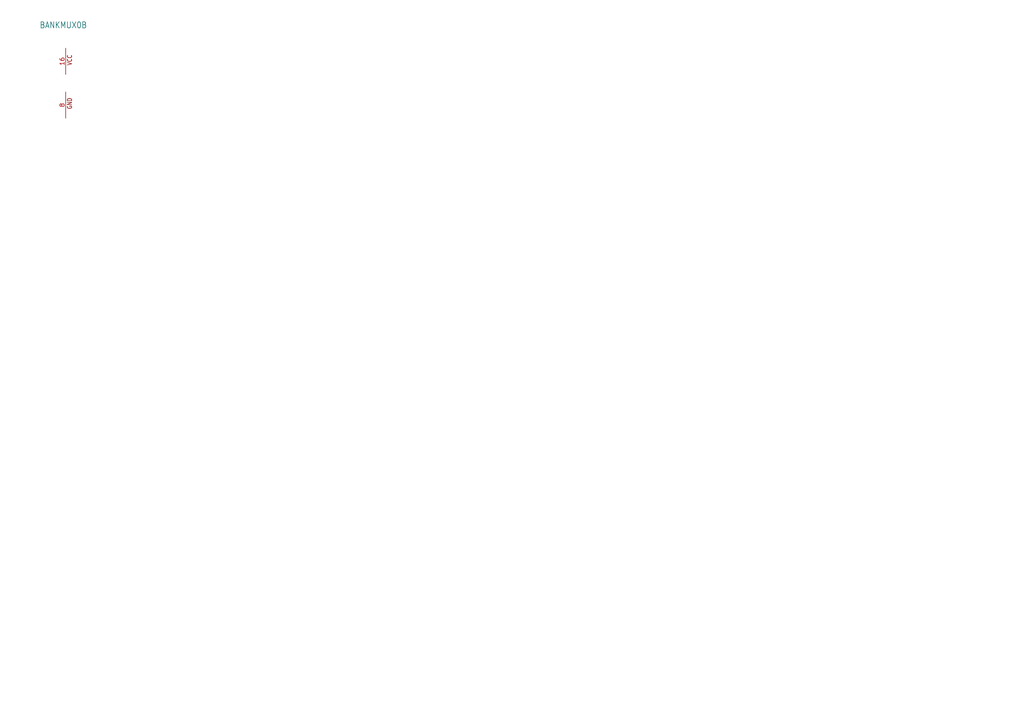
<source format=kicad_sch>
(kicad_sch
	(version 20231120)
	(generator "eeschema")
	(generator_version "8.0")
	(uuid "f362b57e-4885-44c0-948b-857e907113f0")
	(paper "A4")
	(lib_symbols
		(symbol "cpu-blitter-inputs-eagle-import:74257N"
			(exclude_from_sim no)
			(in_bom yes)
			(on_board yes)
			(property "Reference" "IC"
				(at -0.635 -0.635 0)
				(effects
					(font
						(size 1.778 1.5113)
					)
					(justify left bottom)
				)
			)
			(property "Value" ""
				(at -7.62 -17.78 0)
				(effects
					(font
						(size 1.778 1.5113)
					)
					(justify left bottom)
					(hide yes)
				)
			)
			(property "Footprint" "cpu-blitter-inputs:DIL16"
				(at 0 0 0)
				(effects
					(font
						(size 1.27 1.27)
					)
					(hide yes)
				)
			)
			(property "Datasheet" ""
				(at 0 0 0)
				(effects
					(font
						(size 1.27 1.27)
					)
					(hide yes)
				)
			)
			(property "Description" ""
				(at 0 0 0)
				(effects
					(font
						(size 1.27 1.27)
					)
					(hide yes)
				)
			)
			(property "ki_locked" ""
				(at 0 0 0)
				(effects
					(font
						(size 1.27 1.27)
					)
				)
			)
			(symbol "74257N_1_0"
				(polyline
					(pts
						(xy -7.62 -15.24) (xy 7.62 -15.24)
					)
					(stroke
						(width 0.4064)
						(type solid)
					)
					(fill
						(type none)
					)
				)
				(polyline
					(pts
						(xy -7.62 15.24) (xy -7.62 -15.24)
					)
					(stroke
						(width 0.4064)
						(type solid)
					)
					(fill
						(type none)
					)
				)
				(polyline
					(pts
						(xy 7.62 -15.24) (xy 7.62 15.24)
					)
					(stroke
						(width 0.4064)
						(type solid)
					)
					(fill
						(type none)
					)
				)
				(polyline
					(pts
						(xy 7.62 15.24) (xy -7.62 15.24)
					)
					(stroke
						(width 0.4064)
						(type solid)
					)
					(fill
						(type none)
					)
				)
				(pin input line
					(at -12.7 -12.7 0)
					(length 5.08)
					(name "~{A}/B"
						(effects
							(font
								(size 1.27 1.27)
							)
						)
					)
					(number "1"
						(effects
							(font
								(size 1.27 1.27)
							)
						)
					)
				)
				(pin input line
					(at -12.7 0 0)
					(length 5.08)
					(name "3B"
						(effects
							(font
								(size 1.27 1.27)
							)
						)
					)
					(number "10"
						(effects
							(font
								(size 1.27 1.27)
							)
						)
					)
				)
				(pin input line
					(at -12.7 2.54 0)
					(length 5.08)
					(name "3A"
						(effects
							(font
								(size 1.27 1.27)
							)
						)
					)
					(number "11"
						(effects
							(font
								(size 1.27 1.27)
							)
						)
					)
				)
				(pin tri_state line
					(at 12.7 -2.54 180)
					(length 5.08)
					(name "4Y"
						(effects
							(font
								(size 1.27 1.27)
							)
						)
					)
					(number "12"
						(effects
							(font
								(size 1.27 1.27)
							)
						)
					)
				)
				(pin input line
					(at -12.7 -5.08 0)
					(length 5.08)
					(name "4B"
						(effects
							(font
								(size 1.27 1.27)
							)
						)
					)
					(number "13"
						(effects
							(font
								(size 1.27 1.27)
							)
						)
					)
				)
				(pin input line
					(at -12.7 -2.54 0)
					(length 5.08)
					(name "4A"
						(effects
							(font
								(size 1.27 1.27)
							)
						)
					)
					(number "14"
						(effects
							(font
								(size 1.27 1.27)
							)
						)
					)
				)
				(pin input inverted
					(at -12.7 -10.16 0)
					(length 5.08)
					(name "G"
						(effects
							(font
								(size 1.27 1.27)
							)
						)
					)
					(number "15"
						(effects
							(font
								(size 1.27 1.27)
							)
						)
					)
				)
				(pin input line
					(at -12.7 12.7 0)
					(length 5.08)
					(name "1A"
						(effects
							(font
								(size 1.27 1.27)
							)
						)
					)
					(number "2"
						(effects
							(font
								(size 1.27 1.27)
							)
						)
					)
				)
				(pin input line
					(at -12.7 10.16 0)
					(length 5.08)
					(name "1B"
						(effects
							(font
								(size 1.27 1.27)
							)
						)
					)
					(number "3"
						(effects
							(font
								(size 1.27 1.27)
							)
						)
					)
				)
				(pin tri_state line
					(at 12.7 12.7 180)
					(length 5.08)
					(name "1Y"
						(effects
							(font
								(size 1.27 1.27)
							)
						)
					)
					(number "4"
						(effects
							(font
								(size 1.27 1.27)
							)
						)
					)
				)
				(pin input line
					(at -12.7 7.62 0)
					(length 5.08)
					(name "2A"
						(effects
							(font
								(size 1.27 1.27)
							)
						)
					)
					(number "5"
						(effects
							(font
								(size 1.27 1.27)
							)
						)
					)
				)
				(pin input line
					(at -12.7 5.08 0)
					(length 5.08)
					(name "2B"
						(effects
							(font
								(size 1.27 1.27)
							)
						)
					)
					(number "6"
						(effects
							(font
								(size 1.27 1.27)
							)
						)
					)
				)
				(pin tri_state line
					(at 12.7 7.62 180)
					(length 5.08)
					(name "2Y"
						(effects
							(font
								(size 1.27 1.27)
							)
						)
					)
					(number "7"
						(effects
							(font
								(size 1.27 1.27)
							)
						)
					)
				)
				(pin tri_state line
					(at 12.7 2.54 180)
					(length 5.08)
					(name "3Y"
						(effects
							(font
								(size 1.27 1.27)
							)
						)
					)
					(number "9"
						(effects
							(font
								(size 1.27 1.27)
							)
						)
					)
				)
			)
			(symbol "74257N_2_0"
				(text "GND"
					(at 1.905 -7.62 900)
					(effects
						(font
							(size 1.27 1.0795)
						)
						(justify left bottom)
					)
				)
				(text "VCC"
					(at 1.905 5.08 900)
					(effects
						(font
							(size 1.27 1.0795)
						)
						(justify left bottom)
					)
				)
				(pin power_in line
					(at 0 10.16 270)
					(length 7.62)
					(name "VCC"
						(effects
							(font
								(size 0 0)
							)
						)
					)
					(number "16"
						(effects
							(font
								(size 1.27 1.27)
							)
						)
					)
				)
				(pin power_in line
					(at 0 -10.16 90)
					(length 7.62)
					(name "GND"
						(effects
							(font
								(size 0 0)
							)
						)
					)
					(number "8"
						(effects
							(font
								(size 1.27 1.27)
							)
						)
					)
				)
			)
		)
	)
	(symbol
		(lib_id "cpu-blitter-inputs-eagle-import:74257N")
		(at 19.05 24.13 0)
		(unit 2)
		(exclude_from_sim no)
		(in_bom yes)
		(on_board yes)
		(dnp no)
		(uuid "f92aec00-fee7-4533-9dd9-f9a43003ce2c")
		(property "Reference" "BANKMUX0"
			(at 11.43 8.255 0)
			(effects
				(font
					(size 1.778 1.5113)
				)
				(justify left bottom)
			)
		)
		(property "Value" "74257N"
			(at 11.43 41.91 0)
			(effects
				(font
					(size 1.778 1.5113)
				)
				(justify left bottom)
				(hide yes)
			)
		)
		(property "Footprint" "cpu-blitter-inputs:DIL16"
			(at 19.05 24.13 0)
			(effects
				(font
					(size 1.27 1.27)
				)
				(hide yes)
			)
		)
		(property "Datasheet" ""
			(at 19.05 24.13 0)
			(effects
				(font
					(size 1.27 1.27)
				)
				(hide yes)
			)
		)
		(property "Description" ""
			(at 19.05 24.13 0)
			(effects
				(font
					(size 1.27 1.27)
				)
				(hide yes)
			)
		)
		(pin "1"
			(uuid "7b7199f8-f9bd-476f-b598-15713e295978")
		)
		(pin "10"
			(uuid "9403b4f4-d2aa-46b2-9a22-6fd35a3d0b56")
		)
		(pin "11"
			(uuid "02c1af39-4dd6-4488-8c4c-3d0642123944")
		)
		(pin "12"
			(uuid "37224bb0-4336-4041-acdc-55ec7c2e5873")
		)
		(pin "13"
			(uuid "d79b79cf-0545-4fed-88f9-a9d181a56479")
		)
		(pin "14"
			(uuid "2a0fa403-92e7-48eb-84b5-3328ae02feae")
		)
		(pin "15"
			(uuid "51ae2ec9-6568-4c2d-8a90-c07d7dd40076")
		)
		(pin "2"
			(uuid "7af1d34b-ac5e-4c71-a995-643d87b8b422")
		)
		(pin "3"
			(uuid "5fccbfb0-b352-4cf1-b83a-0c5e219d5c9d")
		)
		(pin "4"
			(uuid "8d52ec30-974a-4197-8048-2432cc4c6c75")
		)
		(pin "5"
			(uuid "3d415cde-46e9-443a-b2e8-5e1cbe0233a9")
		)
		(pin "6"
			(uuid "344cfb8d-146d-44c5-912f-2cbf58d24afc")
		)
		(pin "7"
			(uuid "99a785f8-9ffc-47ea-84e1-37d454feeca4")
		)
		(pin "9"
			(uuid "b759c89a-f655-4c7d-994f-4384ce404a4d")
		)
		(pin "16"
			(uuid "766954d1-d194-4b2b-a267-daf5902e93ee")
		)
		(pin "8"
			(uuid "f844e500-4615-4b60-bfc0-6779c225ea17")
		)
		(instances
			(project "cpu-blitter-inputs"
				(path "/28034957-81b4-48a5-b869-6f4cb8f0c2fa/dbd08861-1e64-49b5-b6f8-54ff0eec3f38"
					(reference "BANKMUX0")
					(unit 2)
				)
			)
		)
	)
)

</source>
